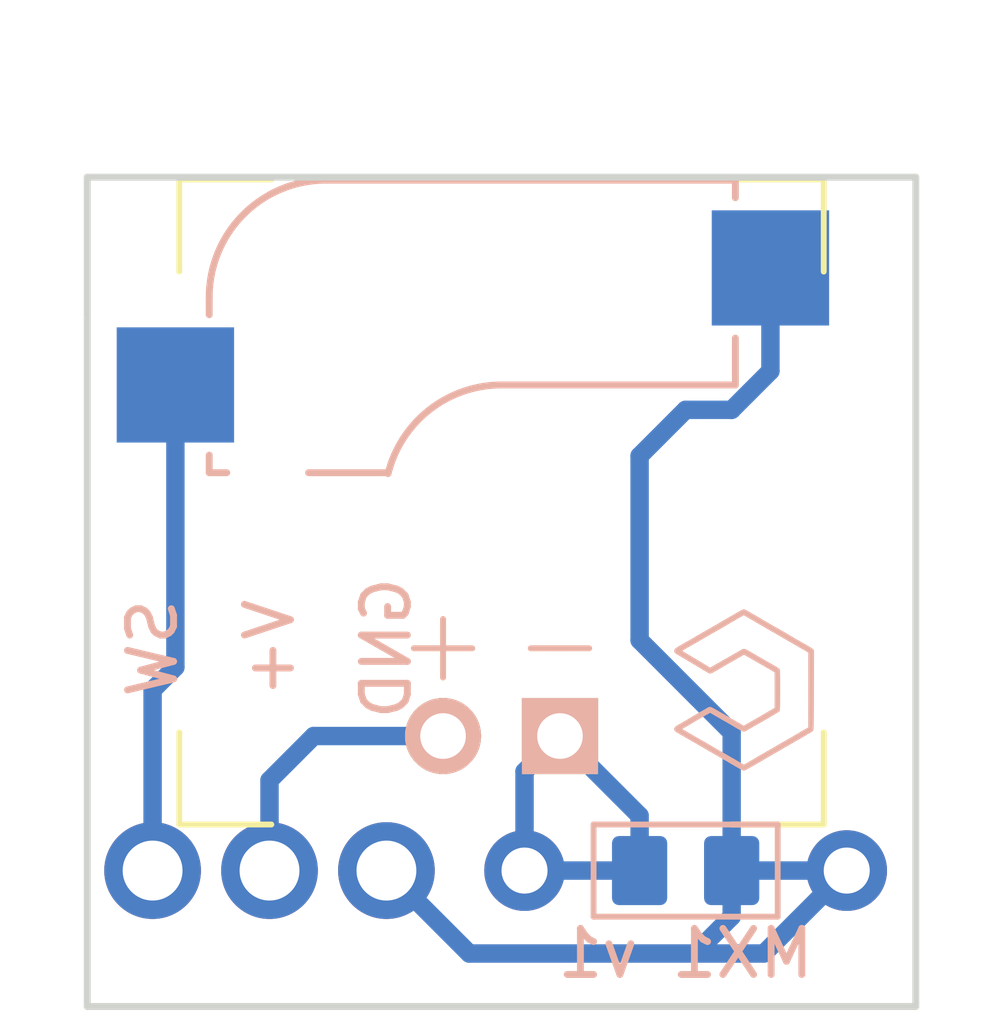
<source format=kicad_pcb>
(kicad_pcb (version 20171130) (host pcbnew "(5.1.10)-1")

  (general
    (thickness 1.6)
    (drawings 14)
    (tracks 25)
    (zones 0)
    (modules 4)
    (nets 5)
  )

  (page A4)
  (layers
    (0 F.Cu signal)
    (31 B.Cu signal)
    (32 B.Adhes user)
    (33 F.Adhes user)
    (34 B.Paste user)
    (35 F.Paste user)
    (36 B.SilkS user)
    (37 F.SilkS user)
    (38 B.Mask user)
    (39 F.Mask user)
    (40 Dwgs.User user)
    (41 Cmts.User user)
    (42 Eco1.User user hide)
    (43 Eco2.User user hide)
    (44 Edge.Cuts user)
    (45 Margin user)
    (46 B.CrtYd user)
    (47 F.CrtYd user)
    (48 B.Fab user)
    (49 F.Fab user)
  )

  (setup
    (last_trace_width 0.4)
    (user_trace_width 0.4)
    (trace_clearance 0.2)
    (zone_clearance 0.508)
    (zone_45_only no)
    (trace_min 0.2)
    (via_size 0.8)
    (via_drill 0.4)
    (via_min_size 0.4)
    (via_min_drill 0.3)
    (uvia_size 0.3)
    (uvia_drill 0.1)
    (uvias_allowed no)
    (uvia_min_size 0.2)
    (uvia_min_drill 0.1)
    (edge_width 0.15)
    (segment_width 0.2)
    (pcb_text_width 0.3)
    (pcb_text_size 1.5 1.5)
    (mod_edge_width 0.12)
    (mod_text_size 1 1)
    (mod_text_width 0.15)
    (pad_size 1.524 1.524)
    (pad_drill 0.762)
    (pad_to_mask_clearance 0)
    (aux_axis_origin 0 0)
    (grid_origin 138.036001 121.496001)
    (visible_elements 7FFFFFFF)
    (pcbplotparams
      (layerselection 0x010fc_ffffffff)
      (usegerberextensions false)
      (usegerberattributes true)
      (usegerberadvancedattributes true)
      (creategerberjobfile true)
      (excludeedgelayer true)
      (linewidth 0.100000)
      (plotframeref false)
      (viasonmask false)
      (mode 1)
      (useauxorigin false)
      (hpglpennumber 1)
      (hpglpenspeed 20)
      (hpglpendiameter 15.000000)
      (psnegative false)
      (psa4output false)
      (plotreference true)
      (plotvalue true)
      (plotinvisibletext false)
      (padsonsilk false)
      (subtractmaskfromsilk false)
      (outputformat 1)
      (mirror false)
      (drillshape 0)
      (scaleselection 1)
      (outputdirectory "./Gerber"))
  )

  (net 0 "")
  (net 1 "Net-(J1-Pad1)")
  (net 2 "Net-(J1-Pad3)")
  (net 3 "Net-(J1-Pad2)")
  (net 4 "Net-(R1-Pad1)")

  (net_class Default "This is the default net class."
    (clearance 0.2)
    (trace_width 0.25)
    (via_dia 0.8)
    (via_drill 0.4)
    (uvia_dia 0.3)
    (uvia_drill 0.1)
    (add_net "Net-(J1-Pad1)")
    (add_net "Net-(J1-Pad2)")
    (add_net "Net-(J1-Pad3)")
    (add_net "Net-(R1-Pad1)")
  )

  (module Model_MX1:MXOnly-1U-Hotswap-LED (layer F.Cu) (tedit 617A024D) (tstamp 6176685C)
    (at 134.036001 113.496001)
    (path /6176B718)
    (attr smd)
    (fp_text reference SW1 (at 0 0) (layer B.CrtYd) hide
      (effects (font (size 1 1) (thickness 0.15)) (justify mirror))
    )
    (fp_text value KEYBOARD-SWITCHMX_1U (at 0 -7.9375) (layer Dwgs.User)
      (effects (font (size 1 1) (thickness 0.15)))
    )
    (fp_arc (start 0 0) (end 0 -2.54) (angle -75.96375653) (layer B.SilkS) (width 0.15))
    (fp_arc (start -3.81 -4.445) (end -3.81 -6.985) (angle -90) (layer B.SilkS) (width 0.15))
    (fp_text user %R (at 0 0) (layer B.SilkS) hide
      (effects (font (size 1 1) (thickness 0.15)) (justify mirror))
    )
    (fp_text user LED (at 0 0) (layer F.SilkS) hide
      (effects (font (size 1.651 1.524) (thickness 0.254)))
    )
    (fp_line (start -1.905 3.175) (end -1.27 3.175) (layer B.SilkS) (width 0.127))
    (fp_line (start -1.27 3.175) (end -0.635 3.175) (layer B.SilkS) (width 0.127))
    (fp_line (start -1.27 3.81) (end -1.27 3.175) (layer B.SilkS) (width 0.127))
    (fp_line (start 1.27 3.175) (end 0.635 3.175) (layer B.SilkS) (width 0.127))
    (fp_line (start 1.27 3.175) (end 1.905 3.175) (layer B.SilkS) (width 0.127))
    (fp_line (start -1.27 3.175) (end -1.27 2.54) (layer B.SilkS) (width 0.127))
    (fp_line (start 5 -7) (end 7 -7) (layer Dwgs.User) (width 0.15))
    (fp_line (start 7 -7) (end 7 -5) (layer Dwgs.User) (width 0.15))
    (fp_line (start 5 7) (end 7 7) (layer Dwgs.User) (width 0.15))
    (fp_line (start 7 7) (end 7 5) (layer Dwgs.User) (width 0.15))
    (fp_line (start -7 5) (end -7 7) (layer Dwgs.User) (width 0.15))
    (fp_line (start -7 7) (end -5 7) (layer Dwgs.User) (width 0.15))
    (fp_line (start -5 -7) (end -7 -7) (layer Dwgs.User) (width 0.15))
    (fp_line (start -7 -7) (end -7 -5) (layer Dwgs.User) (width 0.15))
    (fp_line (start -9.525 -9.525) (end 9.525 -9.525) (layer Dwgs.User) (width 0.15))
    (fp_line (start 9.525 -9.525) (end 9.525 9.525) (layer Dwgs.User) (width 0.15))
    (fp_line (start 9.525 9.525) (end -9.525 9.525) (layer Dwgs.User) (width 0.15))
    (fp_line (start -9.525 9.525) (end -9.525 -9.525) (layer Dwgs.User) (width 0.15))
    (fp_circle (center 2.54 -5.08) (end 2.54 -6.604) (layer B.CrtYd) (width 0.15))
    (fp_circle (center -3.81 -2.54) (end -3.81 -4.064) (layer B.CrtYd) (width 0.15))
    (fp_line (start 4.572 -6.35) (end 7.112 -6.35) (layer B.CrtYd) (width 0.15))
    (fp_line (start 7.112 -6.35) (end 7.112 -3.81) (layer B.CrtYd) (width 0.15))
    (fp_line (start 7.112 -3.81) (end 4.572 -3.81) (layer B.CrtYd) (width 0.15))
    (fp_line (start 4.572 -3.81) (end 4.572 -6.35) (layer B.CrtYd) (width 0.15))
    (fp_line (start -5.842 -3.81) (end -8.382 -3.81) (layer B.CrtYd) (width 0.15))
    (fp_line (start -8.382 -3.81) (end -8.382 -1.27) (layer B.CrtYd) (width 0.15))
    (fp_line (start -8.382 -1.27) (end -5.842 -1.27) (layer B.CrtYd) (width 0.15))
    (fp_line (start -5.842 -1.27) (end -5.842 -3.81) (layer B.CrtYd) (width 0.15))
    (fp_line (start 1.27 3.175) (end 0.635 3.175) (layer F.SilkS) (width 0.127))
    (fp_line (start 1.27 3.175) (end 1.905 3.175) (layer F.SilkS) (width 0.127))
    (fp_line (start -7 7) (end -7 5) (layer F.SilkS) (width 0.127))
    (fp_line (start -1.27 3.175) (end -0.635 3.175) (layer F.SilkS) (width 0.127))
    (fp_line (start -1.27 3.81) (end -1.27 3.175) (layer F.SilkS) (width 0.127))
    (fp_line (start 7 -7) (end 7 -5) (layer F.SilkS) (width 0.127))
    (fp_line (start -1.27 3.175) (end -1.27 2.54) (layer F.SilkS) (width 0.127))
    (fp_line (start -1.905 3.175) (end -1.27 3.175) (layer F.SilkS) (width 0.127))
    (fp_line (start 5 -7) (end 7 -7) (layer F.SilkS) (width 0.127))
    (fp_line (start -7 -5) (end -7 -7) (layer F.SilkS) (width 0.127))
    (fp_line (start 7 7) (end 7 5) (layer F.SilkS) (width 0.127))
    (fp_line (start -5 -7) (end -7 -7) (layer F.SilkS) (width 0.127))
    (fp_line (start 7 7) (end 5 7) (layer F.SilkS) (width 0.127))
    (fp_line (start -7 7) (end -5 7) (layer F.SilkS) (width 0.127))
    (fp_line (start -5.969 -0.635) (end -6.35 -0.635) (layer B.SilkS) (width 0.15))
    (fp_line (start -6.35 -4.445) (end -6.35 -4.064) (layer B.SilkS) (width 0.15))
    (fp_line (start -6.35 -1.016) (end -6.35 -0.635) (layer B.SilkS) (width 0.15))
    (fp_line (start 5.08 -6.985) (end 5.08 -6.604) (layer B.SilkS) (width 0.15))
    (fp_line (start 5.08 -2.54) (end 0 -2.54) (layer B.SilkS) (width 0.15))
    (fp_line (start -3.81 -6.985) (end 5.08 -6.985) (layer B.SilkS) (width 0.15))
    (fp_line (start 5.08 -3.556) (end 5.08 -2.54) (layer B.SilkS) (width 0.15))
    (fp_line (start -2.464162 -0.635) (end -4.191 -0.635) (layer B.SilkS) (width 0.15))
    (pad "" np_thru_hole circle (at 2.54 -5.08) (size 3 3) (drill 3) (layers *.Cu *.Mask))
    (pad "" np_thru_hole circle (at 0 0) (size 3.9878 3.9878) (drill 3.9878) (layers *.Cu *.Mask))
    (pad "" np_thru_hole circle (at -3.81 -2.54) (size 3 3) (drill 3) (layers *.Cu *.Mask))
    (pad "" np_thru_hole circle (at -5.08 0 48.0996) (size 1.75 1.75) (drill 1.75) (layers *.Cu *.Mask))
    (pad "" np_thru_hole circle (at 5.08 0 48.0996) (size 1.75 1.75) (drill 1.75) (layers *.Cu *.Mask))
    (pad S1 smd rect (at -7.085 -2.54) (size 2.55 2.5) (layers B.Cu B.Paste B.Mask)
      (net 2 "Net-(J1-Pad3)"))
    (pad S2 smd rect (at 5.842 -5.08) (size 2.55 2.5) (layers B.Cu B.Paste B.Mask)
      (net 1 "Net-(J1-Pad1)"))
    (pad C thru_hole rect (at 1.27 5.08) (size 1.651 1.651) (drill 0.9906) (layers *.Cu *.SilkS *.Mask)
      (net 4 "Net-(R1-Pad1)"))
    (pad A thru_hole circle (at -1.27 5.08) (size 1.651 1.651) (drill 0.9906) (layers *.Cu *.SilkS *.Mask)
      (net 3 "Net-(J1-Pad2)"))
  )

  (module Model_MX1:R_SMD+THT (layer B.Cu) (tedit 6179FE9F) (tstamp 61766829)
    (at 138.036001 121.496001)
    (path /6175F681)
    (fp_text reference R1 (at 0 -1.895 180) (layer B.SilkS) hide
      (effects (font (size 1.2065 1.2065) (thickness 0.09652)) (justify mirror))
    )
    (fp_text value R (at 0 1.905 180) (layer B.Fab) hide
      (effects (font (size 1.2065 1.2065) (thickness 0.09652)) (justify mirror))
    )
    (fp_line (start -1.973 0.983) (end 1.973 0.983) (layer Dwgs.User) (width 0.0508))
    (fp_line (start 1.973 0.983) (end 1.973 -0.983) (layer Dwgs.User) (width 0.0508))
    (fp_poly (pts (xy -1.0668 -0.6985) (xy -0.4168 -0.6985) (xy -0.4168 0.7015) (xy -1.0668 0.7015)) (layer B.Fab) (width 0))
    (fp_line (start 1.973 -0.983) (end -1.973 -0.983) (layer Dwgs.User) (width 0.0508))
    (fp_line (start -0.41 -0.635) (end 0.41 -0.635) (layer B.Fab) (width 0.1524))
    (fp_line (start -0.41 0.635) (end 0.41 0.635) (layer B.Fab) (width 0.1524))
    (fp_poly (pts (xy 0.4064 -0.6985) (xy 1.0564 -0.6985) (xy 1.0564 0.7015) (xy 0.4064 0.7015)) (layer B.Fab) (width 0))
    (fp_line (start -1.973 -0.983) (end -1.973 0.983) (layer Dwgs.User) (width 0.0508))
    (fp_line (start -2 1) (end -2 -1) (layer B.SilkS) (width 0.127))
    (fp_line (start -2 -1) (end 2 -1) (layer B.SilkS) (width 0.127))
    (fp_line (start 2 -1) (end 2 1) (layer B.SilkS) (width 0.127))
    (fp_line (start 2 1) (end -2 1) (layer B.SilkS) (width 0.127))
    (pad 2 smd roundrect (at 1 0) (size 1.2 1.5) (layers B.Cu B.Paste B.Mask) (roundrect_rratio 0.125)
      (net 1 "Net-(J1-Pad1)") (solder_mask_margin 0.1016))
    (pad 1 smd roundrect (at -1 0) (size 1.2 1.5) (layers B.Cu B.Paste B.Mask) (roundrect_rratio 0.125)
      (net 4 "Net-(R1-Pad1)") (solder_mask_margin 0.1016))
    (pad 1 thru_hole circle (at -3.5 0) (size 1.75 1.75) (drill 1) (layers *.Cu *.Mask)
      (net 4 "Net-(R1-Pad1)") (solder_mask_margin 0.1016))
    (pad 2 thru_hole circle (at 3.5 0) (size 1.75 1.75) (drill 1) (layers *.Cu *.Mask)
      (net 1 "Net-(J1-Pad1)") (solder_mask_margin 0.1016))
  )

  (module "Model C:USBC_C_Logo" (layer B.Cu) (tedit 0) (tstamp 6175F940)
    (at 139.306001 117.576001 180)
    (fp_text reference G*** (at 0 0) (layer B.SilkS) hide
      (effects (font (size 1.524 1.524) (thickness 0.3)) (justify mirror))
    )
    (fp_text value LOGO (at 0.75 0) (layer B.SilkS) hide
      (effects (font (size 1.524 1.524) (thickness 0.3)) (justify mirror))
    )
    (fp_poly (pts (xy 0.030747 1.73995) (xy 0.053309 1.729991) (xy 0.082054 1.714784) (xy 0.102524 1.70342)
      (xy 0.131542 1.687069) (xy 0.159656 1.670965) (xy 0.184313 1.656586) (xy 0.20296 1.645414)
      (xy 0.208553 1.641928) (xy 0.224011 1.632273) (xy 0.235328 1.625569) (xy 0.239713 1.623391)
      (xy 0.244949 1.620802) (xy 0.257665 1.613821) (xy 0.275806 1.603625) (xy 0.297317 1.591394)
      (xy 0.320144 1.578306) (xy 0.342231 1.56554) (xy 0.361524 1.554274) (xy 0.375967 1.545688)
      (xy 0.383506 1.540959) (xy 0.383761 1.540774) (xy 0.391273 1.536062) (xy 0.405228 1.527989)
      (xy 0.419652 1.519938) (xy 0.451648 1.502298) (xy 0.476123 1.488644) (xy 0.495268 1.477703)
      (xy 0.511272 1.468202) (xy 0.526326 1.458867) (xy 0.542333 1.448611) (xy 0.559961 1.437407)
      (xy 0.573793 1.428996) (xy 0.581434 1.424822) (xy 0.582122 1.424609) (xy 0.587921 1.422004)
      (xy 0.600299 1.415227) (xy 0.614051 1.407234) (xy 0.636449 1.394187) (xy 0.661235 1.380135)
      (xy 0.673652 1.373261) (xy 0.692391 1.362735) (xy 0.709188 1.352821) (xy 0.717826 1.34736)
      (xy 0.731225 1.339327) (xy 0.741279 1.334577) (xy 0.750823 1.329877) (xy 0.76606 1.321104)
      (xy 0.781419 1.311592) (xy 0.797277 1.301645) (xy 0.809065 1.294617) (xy 0.814091 1.292087)
      (xy 0.819271 1.289429) (xy 0.832647 1.281966) (xy 0.85288 1.270461) (xy 0.87863 1.255678)
      (xy 0.908557 1.238384) (xy 0.930186 1.225826) (xy 0.962284 1.207254) (xy 0.991236 1.190692)
      (xy 1.015672 1.176907) (xy 1.034223 1.166667) (xy 1.045519 1.160741) (xy 1.048334 1.159565)
      (xy 1.055163 1.156183) (xy 1.063274 1.149647) (xy 1.073867 1.141647) (xy 1.090234 1.13118)
      (xy 1.104348 1.123021) (xy 1.125117 1.111487) (xy 1.145892 1.099783) (xy 1.156804 1.093539)
      (xy 1.174761 1.083338) (xy 1.196211 1.071405) (xy 1.207779 1.06507) (xy 1.227757 1.053882)
      (xy 1.251737 1.039983) (xy 1.273224 1.027166) (xy 1.290708 1.016666) (xy 1.304115 1.008845)
      (xy 1.311044 1.005096) (xy 1.311462 1.004957) (xy 1.318428 1.002157) (xy 1.332872 0.994496)
      (xy 1.352977 0.983078) (xy 1.376926 0.969008) (xy 1.402905 0.953391) (xy 1.429096 0.937333)
      (xy 1.453685 0.921937) (xy 1.474855 0.908309) (xy 1.490791 0.897553) (xy 1.499675 0.890776)
      (xy 1.500505 0.889926) (xy 1.509755 0.873656) (xy 1.512898 0.852222) (xy 1.512929 0.849391)
      (xy 1.511205 0.831455) (xy 1.505071 0.816108) (xy 1.493143 0.801805) (xy 1.474039 0.787)
      (xy 1.446377 0.770149) (xy 1.437686 0.765283) (xy 1.413768 0.75175) (xy 1.390706 0.738186)
      (xy 1.372065 0.726705) (xy 1.365636 0.722489) (xy 1.351851 0.71349) (xy 1.342069 0.707808)
      (xy 1.339469 0.706783) (xy 1.334303 0.704021) (xy 1.320512 0.696069) (xy 1.298934 0.683424)
      (xy 1.270411 0.666585) (xy 1.23578 0.646048) (xy 1.195883 0.622312) (xy 1.151558 0.595874)
      (xy 1.103647 0.567234) (xy 1.058855 0.540406) (xy 1.007939 0.509933) (xy 0.95944 0.481008)
      (xy 0.914257 0.454159) (xy 0.873289 0.429915) (xy 0.837435 0.408807) (xy 0.807595 0.391364)
      (xy 0.784666 0.378114) (xy 0.769549 0.369589) (xy 0.763558 0.366471) (xy 0.745153 0.360605)
      (xy 0.727517 0.360115) (xy 0.707875 0.365505) (xy 0.68345 0.377276) (xy 0.673652 0.38277)
      (xy 0.653313 0.39444) (xy 0.635548 0.40462) (xy 0.623381 0.411579) (xy 0.621196 0.412824)
      (xy 0.58175 0.435278) (xy 0.550543 0.453122) (xy 0.526189 0.467165) (xy 0.507304 0.478215)
      (xy 0.492505 0.487081) (xy 0.480406 0.494572) (xy 0.471173 0.500487) (xy 0.455674 0.510238)
      (xy 0.444038 0.516959) (xy 0.439305 0.519044) (xy 0.433049 0.521798) (xy 0.421182 0.528738)
      (xy 0.415393 0.532414) (xy 0.403656 0.539606) (xy 0.384386 0.550931) (xy 0.359704 0.565163)
      (xy 0.331731 0.581076) (xy 0.311978 0.592193) (xy 0.283129 0.608386) (xy 0.256246 0.623528)
      (xy 0.233409 0.636442) (xy 0.216698 0.645955) (xy 0.209826 0.64992) (xy 0.178993 0.6679)
      (xy 0.148398 0.685603) (xy 0.119553 0.702167) (xy 0.093969 0.716734) (xy 0.073158 0.728443)
      (xy 0.05863 0.736435) (xy 0.051897 0.739849) (xy 0.051651 0.739913) (xy 0.045957 0.742739)
      (xy 0.034568 0.749863) (xy 0.028795 0.753718) (xy 0.015086 0.762157) (xy 0.004661 0.767038)
      (xy 0.002341 0.767522) (xy -0.004249 0.76487) (xy -0.018665 0.757522) (xy -0.039222 0.746387)
      (xy -0.064232 0.732374) (xy -0.086106 0.719824) (xy -0.115842 0.702648) (xy -0.144711 0.686076)
      (xy -0.170317 0.671474) (xy -0.190266 0.66021) (xy -0.198783 0.655482) (xy -0.217732 0.644742)
      (xy -0.234927 0.634407) (xy -0.243809 0.628636) (xy -0.254903 0.621577) (xy -0.261706 0.618444)
      (xy -0.261864 0.618435) (xy -0.268123 0.615723) (xy -0.280305 0.608808) (xy -0.288511 0.603759)
      (xy -0.30633 0.593057) (xy -0.328441 0.580512) (xy -0.344999 0.571537) (xy -0.371784 0.557207)
      (xy -0.395759 0.543866) (xy -0.420791 0.529304) (xy -0.450749 0.511314) (xy -0.455373 0.508507)
      (xy -0.473076 0.4979) (xy -0.486784 0.489964) (xy -0.494089 0.486086) (xy -0.49463 0.485913)
      (xy -0.500286 0.483078) (xy -0.515113 0.474678) (xy -0.538838 0.460873) (xy -0.571189 0.441822)
      (xy -0.611892 0.417685) (xy -0.639141 0.401465) (xy -0.66813 0.384189) (xy -0.66813 -0.391099)
      (xy -0.644663 -0.404544) (xy -0.631195 -0.412297) (xy -0.610713 -0.424131) (xy -0.585752 -0.438582)
      (xy -0.558845 -0.454182) (xy -0.552174 -0.458054) (xy -0.523694 -0.47449) (xy -0.495068 -0.490844)
      (xy -0.469361 -0.505377) (xy -0.449635 -0.516348) (xy -0.447261 -0.517645) (xy -0.428452 -0.528197)
      (xy -0.412766 -0.537572) (xy -0.403414 -0.543845) (xy -0.403087 -0.544112) (xy -0.392916 -0.551333)
      (xy -0.378439 -0.560254) (xy -0.375478 -0.561949) (xy -0.362554 -0.569301) (xy -0.343075 -0.58046)
      (xy -0.320047 -0.593703) (xy -0.303696 -0.603133) (xy -0.278937 -0.617376) (xy -0.254646 -0.631261)
      (xy -0.234278 -0.642816) (xy -0.225011 -0.648015) (xy -0.209196 -0.656845) (xy -0.193243 -0.66583)
      (xy -0.175432 -0.675954) (xy -0.154045 -0.688198) (xy -0.127362 -0.703545) (xy -0.093664 -0.722979)
      (xy -0.074621 -0.733972) (xy -0.048181 -0.749048) (xy -0.024929 -0.761943) (xy -0.006606 -0.771721)
      (xy 0.005047 -0.777446) (xy 0.008205 -0.778551) (xy 0.015437 -0.775853) (xy 0.029105 -0.768779)
      (xy 0.046302 -0.75884) (xy 0.046935 -0.758457) (xy 0.061993 -0.749488) (xy 0.084039 -0.736568)
      (xy 0.111635 -0.720522) (xy 0.14334 -0.702176) (xy 0.177718 -0.682354) (xy 0.213328 -0.661883)
      (xy 0.248733 -0.641587) (xy 0.282493 -0.622292) (xy 0.31317 -0.604823) (xy 0.339325 -0.590006)
      (xy 0.35952 -0.578666) (xy 0.372315 -0.571628) (xy 0.375478 -0.569984) (xy 0.386982 -0.563728)
      (xy 0.404152 -0.553617) (xy 0.423377 -0.54178) (xy 0.424348 -0.541168) (xy 0.441383 -0.530559)
      (xy 0.454377 -0.522727) (xy 0.460904 -0.519129) (xy 0.461196 -0.519043) (xy 0.466253 -0.516374)
      (xy 0.479509 -0.508875) (xy 0.499639 -0.49731) (xy 0.525319 -0.482441) (xy 0.555226 -0.465032)
      (xy 0.577979 -0.451736) (xy 0.611394 -0.432385) (xy 0.64281 -0.414577) (xy 0.670598 -0.399206)
      (xy 0.693132 -0.387163) (xy 0.708784 -0.37934) (xy 0.714206 -0.37704) (xy 0.743741 -0.372363)
      (xy 0.77365 -0.378657) (xy 0.797891 -0.391722) (xy 0.81558 -0.403108) (xy 0.83714 -0.415966)
      (xy 0.850348 -0.423378) (xy 0.865167 -0.431612) (xy 0.887277 -0.444132) (xy 0.914434 -0.459657)
      (xy 0.944391 -0.476903) (xy 0.969065 -0.491195) (xy 1.001925 -0.510282) (xy 1.035943 -0.530038)
      (xy 1.068192 -0.548764) (xy 1.095743 -0.564759) (xy 1.10987 -0.572959) (xy 1.138714 -0.589854)
      (xy 1.170978 -0.608995) (xy 1.201279 -0.62718) (xy 1.212022 -0.6337) (xy 1.235935 -0.648151)
      (xy 1.259322 -0.662065) (xy 1.278718 -0.67339) (xy 1.286565 -0.677847) (xy 1.301912 -0.686578)
      (xy 1.313486 -0.693483) (xy 1.316935 -0.695739) (xy 1.324718 -0.700599) (xy 1.338425 -0.708495)
      (xy 1.347304 -0.713436) (xy 1.383742 -0.733525) (xy 1.412017 -0.749312) (xy 1.433691 -0.761725)
      (xy 1.450327 -0.771693) (xy 1.463488 -0.780145) (xy 1.474737 -0.78801) (xy 1.482375 -0.793712)
      (xy 1.503391 -0.813734) (xy 1.51396 -0.834531) (xy 1.51465 -0.85765) (xy 1.511092 -0.871717)
      (xy 1.506831 -0.881134) (xy 1.499654 -0.889915) (xy 1.487742 -0.899595) (xy 1.469276 -0.911706)
      (xy 1.449457 -0.923646) (xy 1.422146 -0.939847) (xy 1.393306 -0.957046) (xy 1.367149 -0.972726)
      (xy 1.354058 -0.980623) (xy 1.335546 -0.991667) (xy 1.320896 -1.000093) (xy 1.312449 -1.004569)
      (xy 1.311362 -1.004956) (xy 1.305788 -1.007635) (xy 1.293313 -1.014727) (xy 1.276417 -1.024813)
      (xy 1.272761 -1.027043) (xy 1.255176 -1.037569) (xy 1.241402 -1.04537) (xy 1.233974 -1.049023)
      (xy 1.233483 -1.04913) (xy 1.227183 -1.051977) (xy 1.216284 -1.058875) (xy 1.215635 -1.059324)
      (xy 1.20344 -1.067063) (xy 1.185318 -1.077714) (xy 1.165105 -1.089026) (xy 1.164297 -1.089466)
      (xy 1.143478 -1.100964) (xy 1.117157 -1.115753) (xy 1.089369 -1.131557) (xy 1.073188 -1.140858)
      (xy 1.049504 -1.154526) (xy 1.027726 -1.167067) (xy 1.0106 -1.1769) (xy 1.002196 -1.181698)
      (xy 0.991774 -1.187698) (xy 0.973908 -1.198078) (xy 0.950676 -1.211625) (xy 0.924156 -1.22713)
      (xy 0.908895 -1.236068) (xy 0.882939 -1.251229) (xy 0.860547 -1.26421) (xy 0.843347 -1.274073)
      (xy 0.832968 -1.279883) (xy 0.830648 -1.281043) (xy 0.825621 -1.283757) (xy 0.813354 -1.291048)
      (xy 0.795976 -1.30164) (xy 0.784621 -1.308652) (xy 0.76512 -1.320578) (xy 0.749336 -1.329913)
      (xy 0.739469 -1.335374) (xy 0.737346 -1.336261) (xy 0.73165 -1.338943) (xy 0.719078 -1.346041)
      (xy 0.702127 -1.356136) (xy 0.6985 -1.358348) (xy 0.681087 -1.36885) (xy 0.667678 -1.376645)
      (xy 0.660719 -1.380319) (xy 0.660315 -1.380435) (xy 0.65494 -1.383095) (xy 0.642602 -1.390141)
      (xy 0.625743 -1.40017) (xy 0.62186 -1.402522) (xy 0.604186 -1.413022) (xy 0.590323 -1.420817)
      (xy 0.582804 -1.424492) (xy 0.582282 -1.424609) (xy 0.576464 -1.427254) (xy 0.563355 -1.434386)
      (xy 0.545127 -1.4448) (xy 0.531106 -1.453027) (xy 0.507834 -1.466729) (xy 0.478497 -1.483869)
      (xy 0.446613 -1.502398) (xy 0.415701 -1.520267) (xy 0.41137 -1.522762) (xy 0.380781 -1.540485)
      (xy 0.348591 -1.559334) (xy 0.318364 -1.577209) (xy 0.293666 -1.592012) (xy 0.290828 -1.593734)
      (xy 0.270396 -1.606039) (xy 0.25372 -1.615851) (xy 0.242878 -1.621962) (xy 0.239849 -1.623391)
      (xy 0.234422 -1.626067) (xy 0.222066 -1.63315) (xy 0.205234 -1.643226) (xy 0.201544 -1.645478)
      (xy 0.184057 -1.65599) (xy 0.170493 -1.663788) (xy 0.163333 -1.667453) (xy 0.162891 -1.667565)
      (xy 0.157292 -1.670245) (xy 0.144797 -1.677338) (xy 0.127889 -1.687426) (xy 0.124239 -1.689652)
      (xy 0.106795 -1.700159) (xy 0.093321 -1.707955) (xy 0.086277 -1.711625) (xy 0.085857 -1.711739)
      (xy 0.08026 -1.714354) (xy 0.068215 -1.721105) (xy 0.056965 -1.727755) (xy 0.033012 -1.740615)
      (xy 0.013862 -1.74658) (xy -0.003743 -1.746305) (xy -0.0172 -1.742642) (xy -0.035962 -1.734323)
      (xy -0.053573 -1.723952) (xy -0.053944 -1.723689) (xy -0.065568 -1.715906) (xy -0.072925 -1.711889)
      (xy -0.073587 -1.711739) (xy -0.078939 -1.709068) (xy -0.092818 -1.701444) (xy -0.114195 -1.689455)
      (xy -0.142041 -1.673686) (xy -0.175329 -1.654723) (xy -0.21303 -1.633152) (xy -0.254116 -1.609558)
      (xy -0.297558 -1.584529) (xy -0.342328 -1.558649) (xy -0.34787 -1.55544) (xy -0.36491 -1.545708)
      (xy -0.384873 -1.534496) (xy -0.392043 -1.530516) (xy -0.409346 -1.520489) (xy -0.431236 -1.507165)
      (xy -0.453102 -1.493355) (xy -0.453985 -1.492785) (xy -0.471614 -1.481581) (xy -0.485445 -1.47317)
      (xy -0.493086 -1.468996) (xy -0.493775 -1.468782) (xy -0.499573 -1.466177) (xy -0.511951 -1.4594)
      (xy -0.525703 -1.451407) (xy -0.548101 -1.438361) (xy -0.572887 -1.424309) (xy -0.585304 -1.417434)
      (xy -0.604261 -1.406717) (xy -0.621459 -1.396395) (xy -0.630331 -1.390635) (xy -0.641195 -1.383596)
      (xy -0.647539 -1.380446) (xy -0.647687 -1.380435) (xy -0.653346 -1.377732) (xy -0.667335 -1.370073)
      (xy -0.688481 -1.358132) (xy -0.715613 -1.342581) (xy -0.74756 -1.324095) (xy -0.78315 -1.303346)
      (xy -0.821211 -1.28101) (xy -0.84373 -1.267726) (xy -0.891689 -1.239521) (xy -0.934547 -1.214599)
      (xy -0.970817 -1.193818) (xy -0.996674 -1.179323) (xy -1.006609 -1.173724) (xy -1.024526 -1.163505)
      (xy -1.048849 -1.149577) (xy -1.077997 -1.132845) (xy -1.110394 -1.11422) (xy -1.14446 -1.094607)
      (xy -1.178617 -1.074916) (xy -1.211288 -1.056054) (xy -1.240893 -1.038929) (xy -1.261717 -1.026854)
      (xy -1.312949 -0.997075) (xy -1.355496 -0.972273) (xy -1.390242 -0.951906) (xy -1.418069 -0.935432)
      (xy -1.43986 -0.922311) (xy -1.456496 -0.912) (xy -1.468861 -0.903957) (xy -1.477836 -0.897642)
      (xy -1.484304 -0.892513) (xy -1.489147 -0.888028) (xy -1.49094 -0.886173) (xy -1.495604 -0.880849)
      (xy -1.499133 -0.875089) (xy -1.501749 -0.867282) (xy -1.503672 -0.855818) (xy -1.505125 -0.839085)
      (xy -1.506329 -0.815472) (xy -1.507506 -0.783367) (xy -1.508264 -0.760184) (xy -1.508705 -0.741051)
      (xy -1.509138 -0.711636) (xy -1.50956 -0.672701) (xy -1.509967 -0.625007) (xy -1.510356 -0.569315)
      (xy -1.510723 -0.506387) (xy -1.511065 -0.436985) (xy -1.511378 -0.361871) (xy -1.511658 -0.281804)
      (xy -1.511901 -0.197548) (xy -1.512104 -0.109864) (xy -1.512264 -0.019512) (xy -1.512376 0.072745)
      (xy -1.512406 0.107883) (xy -1.512919 0.813767) (xy -1.399761 0.813767) (xy -1.399659 0.746471)
      (xy -1.399637 0.732772) (xy -1.399597 0.708743) (xy -1.399541 0.675098) (xy -1.39947 0.632552)
      (xy -1.399384 0.581817) (xy -1.399286 0.523607) (xy -1.399176 0.458637) (xy -1.399055 0.38762)
      (xy -1.398926 0.31127) (xy -1.398788 0.2303) (xy -1.398643 0.145425) (xy -1.398493 0.057358)
      (xy -1.398339 -0.033188) (xy -1.398278 -0.068494) (xy -1.397 -0.816163) (xy -1.36525 -0.83443)
      (xy -1.350784 -0.842744) (xy -1.339316 -0.849283) (xy -1.328317 -0.855455) (xy -1.315257 -0.862665)
      (xy -1.297608 -0.87232) (xy -1.27284 -0.885827) (xy -1.272271 -0.886136) (xy -1.253241 -0.896717)
      (xy -1.237584 -0.9058) (xy -1.22821 -0.911689) (xy -1.227384 -0.912303) (xy -1.219332 -0.917861)
      (xy -1.205846 -0.926409) (xy -1.189853 -0.936185) (xy -1.17428 -0.945425) (xy -1.162054 -0.952369)
      (xy -1.1561 -0.955255) (xy -1.156026 -0.955261) (xy -1.150504 -0.957962) (xy -1.138836 -0.964858)
      (xy -1.130466 -0.970077) (xy -1.109158 -0.983179) (xy -1.08064 -0.999991) (xy -1.043901 -1.021103)
      (xy -1.021522 -1.033803) (xy -1.005937 -1.042752) (xy -0.986029 -1.054359) (xy -0.971826 -1.062728)
      (xy -0.954288 -1.07291) (xy -0.930499 -1.086437) (xy -0.903901 -1.101364) (xy -0.883478 -1.112693)
      (xy -0.855037 -1.128642) (xy -0.821537 -1.147837) (xy -0.787336 -1.167762) (xy -0.759239 -1.18443)
      (xy -0.732642 -1.200321) (xy -0.707118 -1.215444) (xy -0.685315 -1.228239) (xy -0.66988 -1.237144)
      (xy -0.66813 -1.238131) (xy -0.657078 -1.244395) (xy -0.637889 -1.255345) (xy -0.612001 -1.270156)
      (xy -0.580848 -1.288007) (xy -0.545868 -1.308074) (xy -0.508497 -1.329536) (xy -0.496956 -1.336168)
      (xy -0.459487 -1.357684) (xy -0.424279 -1.377866) (xy -0.392702 -1.39593) (xy -0.366129 -1.411093)
      (xy -0.345931 -1.422571) (xy -0.333479 -1.429582) (xy -0.331304 -1.430781) (xy -0.316697 -1.439133)
      (xy -0.297067 -1.450879) (xy -0.276913 -1.46332) (xy -0.259814 -1.473896) (xy -0.246702 -1.481697)
      (xy -0.240036 -1.485267) (xy -0.239724 -1.485348) (xy -0.234287 -1.488016) (xy -0.222256 -1.494964)
      (xy -0.208529 -1.503281) (xy -0.184991 -1.517545) (xy -0.157661 -1.533693) (xy -0.128159 -1.550816)
      (xy -0.098105 -1.568001) (xy -0.069119 -1.584336) (xy -0.042821 -1.598911) (xy -0.02083 -1.610813)
      (xy -0.004768 -1.619132) (xy 0.003746 -1.622955) (xy 0.004434 -1.623102) (xy 0.011873 -1.620564)
      (xy 0.026535 -1.613461) (xy 0.046187 -1.602932) (xy 0.065173 -1.592124) (xy 0.093513 -1.575568)
      (xy 0.124654 -1.557366) (xy 0.153649 -1.540409) (xy 0.165652 -1.533386) (xy 0.187928 -1.520371)
      (xy 0.208448 -1.508424) (xy 0.224106 -1.49935) (xy 0.229152 -1.49645) (xy 0.238319 -1.49118)
      (xy 0.255579 -1.481229) (xy 0.279465 -1.467442) (xy 0.308511 -1.450667) (xy 0.341249 -1.43175)
      (xy 0.372717 -1.41356) (xy 0.408088 -1.393134) (xy 0.441608 -1.373821) (xy 0.47169 -1.356531)
      (xy 0.49675 -1.342175) (xy 0.515201 -1.331663) (xy 0.524565 -1.326396) (xy 0.568547 -1.301766)
      (xy 0.609862 -1.27803) (xy 0.645618 -1.256861) (xy 0.659848 -1.24817) (xy 0.680393 -1.235725)
      (xy 0.705986 -1.220606) (xy 0.73203 -1.205521) (xy 0.739597 -1.201205) (xy 0.760122 -1.189552)
      (xy 0.777146 -1.179871) (xy 0.792556 -1.171079) (xy 0.808238 -1.162091) (xy 0.826079 -1.151824)
      (xy 0.847967 -1.139195) (xy 0.875787 -1.12312) (xy 0.908326 -1.104309) (xy 0.938934 -1.08665)
      (xy 0.968548 -1.069631) (xy 0.994917 -1.054542) (xy 1.01579 -1.042671) (xy 1.027044 -1.036344)
      (xy 1.042398 -1.027678) (xy 1.064836 -1.014847) (xy 1.091904 -0.99926) (xy 1.121153 -0.982328)
      (xy 1.137478 -0.972838) (xy 1.171098 -0.953265) (xy 1.207931 -0.931829) (xy 1.244111 -0.910777)
      (xy 1.275772 -0.892361) (xy 1.283804 -0.887691) (xy 1.307854 -0.87368) (xy 1.328196 -0.861778)
      (xy 1.343067 -0.853019) (xy 1.350708 -0.848438) (xy 1.351337 -0.848024) (xy 1.347156 -0.845075)
      (xy 1.334741 -0.837461) (xy 1.315454 -0.82599) (xy 1.290655 -0.811466) (xy 1.261704 -0.794697)
      (xy 1.249185 -0.787494) (xy 1.216904 -0.768906) (xy 1.186302 -0.751187) (xy 1.159238 -0.735423)
      (xy 1.137573 -0.722698) (xy 1.123168 -0.714098) (xy 1.120913 -0.712715) (xy 1.101724 -0.701014)
      (xy 1.07655 -0.685923) (xy 1.047864 -0.668898) (xy 1.018136 -0.651391) (xy 0.989838 -0.634858)
      (xy 0.965443 -0.620752) (xy 0.947421 -0.610528) (xy 0.944217 -0.608757) (xy 0.924887 -0.597816)
      (xy 0.905843 -0.586496) (xy 0.900044 -0.58289) (xy 0.877223 -0.568673) (xy 0.854728 -0.555103)
      (xy 0.834646 -0.543391) (xy 0.819067 -0.534747) (xy 0.810079 -0.530382) (xy 0.808935 -0.530087)
      (xy 0.802623 -0.527384) (xy 0.789749 -0.520292) (xy 0.77308 -0.510336) (xy 0.772787 -0.510156)
      (xy 0.740495 -0.490224) (xy 0.661519 -0.535668) (xy 0.633371 -0.551859) (xy 0.60713 -0.566944)
      (xy 0.584931 -0.579697) (xy 0.568909 -0.58889) (xy 0.563217 -0.592147) (xy 0.550081 -0.599708)
      (xy 0.530555 -0.611018) (xy 0.507782 -0.624256) (xy 0.494196 -0.632173) (xy 0.470128 -0.64613)
      (xy 0.446616 -0.659622) (xy 0.427191 -0.670628) (xy 0.419652 -0.674823) (xy 0.398729 -0.686479)
      (xy 0.373294 -0.700884) (xy 0.345277 -0.716919) (xy 0.316606 -0.733466) (xy 0.289209 -0.749405)
      (xy 0.265016 -0.763618) (xy 0.245955 -0.774986) (xy 0.233954 -0.782389) (xy 0.231913 -0.783743)
      (xy 0.21871 -0.792242) (xy 0.201244 -0.80269) (xy 0.193261 -0.807248) (xy 0.174056 -0.818044)
      (xy 0.155092 -0.828748) (xy 0.149087 -0.832151) (xy 0.108881 -0.855086) (xy 0.076772 -0.873077)
      (xy 0.051045 -0.886255) (xy 0.02999 -0.89475) (xy 0.011893 -0.898693) (xy -0.004958 -0.898215)
      (xy -0.022276 -0.893447) (xy -0.041773 -0.884519) (xy -0.065161 -0.871562) (xy -0.094153 -0.854708)
      (xy -0.100237 -0.851191) (xy -0.130082 -0.83389) (xy -0.158704 -0.817124) (xy -0.183847 -0.802229)
      (xy -0.203255 -0.790537) (xy -0.212288 -0.78493) (xy -0.227619 -0.775561) (xy -0.239174 -0.769241)
      (xy -0.243602 -0.767522) (xy -0.249771 -0.764897) (xy -0.263225 -0.757815) (xy -0.281761 -0.747468)
      (xy -0.296358 -0.739047) (xy -0.328904 -0.720115) (xy -0.364291 -0.699662) (xy -0.399855 -0.679216)
      (xy -0.432932 -0.660306) (xy -0.460858 -0.644461) (xy -0.47487 -0.636594) (xy -0.489704 -0.628134)
      (xy -0.511001 -0.615749) (xy -0.535753 -0.601197) (xy -0.557696 -0.588178) (xy -0.584858 -0.572027)
      (xy -0.617679 -0.55257) (xy -0.652293 -0.532098) (xy -0.684837 -0.512896) (xy -0.689335 -0.510247)
      (xy -0.725049 -0.488413) (xy -0.750699 -0.470899) (xy -0.766255 -0.457726) (xy -0.77078 -0.45182)
      (xy -0.772241 -0.447519) (xy -0.773514 -0.44018) (xy -0.774611 -0.429109) (xy -0.775544 -0.41361)
      (xy -0.776325 -0.392989) (xy -0.776967 -0.366551) (xy -0.777481 -0.333599) (xy -0.777879 -0.29344)
      (xy -0.778174 -0.245379) (xy -0.778378 -0.188719) (xy -0.778502 -0.122767) (xy -0.778558 -0.046826)
      (xy -0.778565 -0.003295) (xy -0.778516 0.083163) (xy -0.778364 0.159052) (xy -0.778103 0.224849)
      (xy -0.777725 0.281029) (xy -0.777224 0.328067) (xy -0.776593 0.366439) (xy -0.775825 0.396619)
      (xy -0.774914 0.419084) (xy -0.773852 0.434307) (xy -0.772633 0.442766) (xy -0.772151 0.444255)
      (xy -0.765851 0.451533) (xy -0.752928 0.462707) (xy -0.735888 0.475963) (xy -0.717235 0.489486)
      (xy -0.699475 0.501463) (xy -0.685114 0.510078) (xy -0.676656 0.513518) (xy -0.676497 0.513522)
      (xy -0.671191 0.516169) (xy -0.658038 0.52348) (xy -0.638703 0.534508) (xy -0.61485 0.548308)
      (xy -0.598769 0.557696) (xy -0.572998 0.572718) (xy -0.550752 0.58555) (xy -0.533688 0.595244)
      (xy -0.523465 0.600855) (xy -0.521295 0.60187) (xy -0.515939 0.60454) (xy -0.503686 0.611593)
      (xy -0.487026 0.621589) (xy -0.48435 0.623223) (xy -0.456934 0.639661) (xy -0.424556 0.658547)
      (xy -0.390746 0.677866) (xy -0.359033 0.695602) (xy -0.332945 0.709742) (xy -0.331304 0.710606)
      (xy -0.315151 0.719256) (xy -0.302186 0.726483) (xy -0.298174 0.728868) (xy -0.280156 0.739922)
      (xy -0.25543 0.754703) (xy -0.225868 0.772131) (xy -0.19334 0.791124) (xy -0.159717 0.8106)
      (xy -0.126871 0.82948) (xy -0.096672 0.846681) (xy -0.070992 0.861123) (xy -0.051701 0.871724)
      (xy -0.043372 0.876095) (xy -0.013778 0.886914) (xy 0.012995 0.887729) (xy 0.03149 0.882157)
      (xy 0.041243 0.877222) (xy 0.058658 0.867808) (xy 0.081835 0.854963) (xy 0.108877 0.839738)
      (xy 0.132522 0.826261) (xy 0.162236 0.809246) (xy 0.190484 0.793098) (xy 0.215104 0.779051)
      (xy 0.233931 0.768339) (xy 0.242957 0.763234) (xy 0.262214 0.751951) (xy 0.281173 0.740155)
      (xy 0.287032 0.736303) (xy 0.299911 0.728236) (xy 0.308904 0.723706) (xy 0.310402 0.723348)
      (xy 0.316788 0.72065) (xy 0.329914 0.713512) (xy 0.347169 0.703368) (xy 0.35063 0.701261)
      (xy 0.368082 0.690753) (xy 0.381573 0.682957) (xy 0.388637 0.679288) (xy 0.389061 0.679174)
      (xy 0.394368 0.676537) (xy 0.407606 0.669227) (xy 0.427176 0.658149) (xy 0.451478 0.644207)
      (xy 0.473171 0.631646) (xy 0.503395 0.614151) (xy 0.533322 0.596959) (xy 0.560367 0.581546)
      (xy 0.581944 0.569388) (xy 0.590826 0.564469) (xy 0.611146 0.553052) (xy 0.636954 0.538133)
      (xy 0.66433 0.521993) (xy 0.680864 0.512076) (xy 0.735011 0.47933) (xy 0.876886 0.564226)
      (xy 0.918923 0.58936) (xy 0.967737 0.618515) (xy 1.020612 0.650069) (xy 1.074832 0.682402)
      (xy 1.127679 0.713893) (xy 1.176437 0.742922) (xy 1.185568 0.748354) (xy 1.231042 0.775303)
      (xy 1.267762 0.797087) (xy 1.296314 0.814434) (xy 1.317283 0.828071) (xy 1.331255 0.838727)
      (xy 1.338817 0.847129) (xy 1.340555 0.854003) (xy 1.337054 0.860079) (xy 1.328901 0.866082)
      (xy 1.316682 0.872741) (xy 1.300981 0.880782) (xy 1.294849 0.884017) (xy 1.273571 0.895764)
      (xy 1.252531 0.907948) (xy 1.23963 0.915833) (xy 1.222076 0.926699) (xy 1.205177 0.936666)
      (xy 1.200978 0.939023) (xy 1.186453 0.947006) (xy 1.167627 0.957345) (xy 1.156804 0.963285)
      (xy 1.107341 0.990793) (xy 1.052308 1.022019) (xy 0.995482 1.054793) (xy 0.940636 1.086944)
      (xy 0.909828 1.105286) (xy 0.883023 1.121257) (xy 0.859583 1.135032) (xy 0.84111 1.145686)
      (xy 0.829205 1.152294) (xy 0.825486 1.154044) (xy 0.819639 1.156728) (xy 0.80702 1.163806)
      (xy 0.790221 1.173818) (xy 0.788093 1.17512) (xy 0.75283 1.196523) (xy 0.720996 1.215427)
      (xy 0.694388 1.230781) (xy 0.674802 1.241538) (xy 0.670891 1.243547) (xy 0.660303 1.249216)
      (xy 0.641848 1.259461) (xy 0.617213 1.273318) (xy 0.588084 1.289823) (xy 0.556146 1.308011)
      (xy 0.523087 1.326917) (xy 0.490592 1.345575) (xy 0.460347 1.363022) (xy 0.434038 1.378292)
      (xy 0.413351 1.390421) (xy 0.399973 1.398444) (xy 0.397565 1.399951) (xy 0.384588 1.407947)
      (xy 0.364379 1.420027) (xy 0.339304 1.434807) (xy 0.311724 1.450902) (xy 0.284004 1.466928)
      (xy 0.258507 1.481501) (xy 0.254 1.484052) (xy 0.231412 1.496921) (xy 0.207005 1.510996)
      (xy 0.182837 1.525069) (xy 0.160968 1.537933) (xy 0.143456 1.548379) (xy 0.132359 1.555199)
      (xy 0.129761 1.556949) (xy 0.12259 1.561414) (xy 0.108315 1.569538) (xy 0.089599 1.579817)
      (xy 0.082826 1.583465) (xy 0.061215 1.595134) (xy 0.041189 1.60609) (xy 0.026416 1.614324)
      (xy 0.02418 1.615601) (xy 0.006947 1.625536) (xy -0.089016 1.571225) (xy -0.149727 1.53668)
      (xy -0.202644 1.506153) (xy -0.249733 1.478493) (xy -0.292961 1.452552) (xy -0.313223 1.440184)
      (xy -0.330281 1.429922) (xy -0.343398 1.422418) (xy -0.350015 1.419129) (xy -0.350252 1.419087)
      (xy -0.35603 1.416487) (xy -0.368395 1.409723) (xy -0.382137 1.401751) (xy -0.393451 1.395045)
      (xy -0.40331 1.389224) (xy -0.413348 1.383338) (xy -0.425199 1.376438) (xy -0.440496 1.367575)
      (xy -0.460874 1.3558) (xy -0.487964 1.340163) (xy -0.513522 1.325417) (xy -0.53857 1.310894)
      (xy -0.560356 1.298127) (xy -0.577007 1.288225) (xy -0.586648 1.282297) (xy -0.588065 1.281331)
      (xy -0.595164 1.276946) (xy -0.609474 1.268827) (xy -0.628448 1.258408) (xy -0.637761 1.253387)
      (xy -0.659489 1.241477) (xy -0.679117 1.230259) (xy -0.69339 1.221608) (xy -0.696592 1.219483)
      (xy -0.707677 1.212412) (xy -0.714471 1.209271) (xy -0.714631 1.209261) (xy -0.720603 1.206601)
      (xy -0.733578 1.199513) (xy -0.751138 1.189336) (xy -0.757953 1.185272) (xy -0.781816 1.17107)
      (xy -0.813686 1.152295) (xy -0.851987 1.129864) (xy -0.895142 1.10469) (xy -0.941572 1.077688)
      (xy -0.989702 1.049771) (xy -1.037953 1.021855) (xy -1.084749 0.994853) (xy -1.128513 0.96968)
      (xy -1.167668 0.94725) (xy -1.200636 0.928477) (xy -1.212022 0.922036) (xy -1.226369 0.91387)
      (xy -1.247902 0.901524) (xy -1.274253 0.886359) (xy -1.303055 0.869738) (xy -1.319696 0.860113)
      (xy -1.399761 0.813767) (xy -1.512919 0.813767) (xy -1.512956 0.86457) (xy -1.497772 0.881902)
      (xy -1.488681 0.889568) (xy -1.471511 0.901566) (xy -1.44785 0.916883) (xy -1.419284 0.934507)
      (xy -1.387398 0.953427) (xy -1.369391 0.963807) (xy -1.336185 0.982754) (xy -1.305132 1.00048)
      (xy -1.277873 1.016048) (xy -1.256047 1.028522) (xy -1.241295 1.036964) (xy -1.23687 1.039504)
      (xy -1.220481 1.048784) (xy -1.200352 1.059979) (xy -1.189935 1.0657) (xy -1.169033 1.077379)
      (xy -1.145364 1.090988) (xy -1.131956 1.098881) (xy -1.117254 1.107541) (xy -1.095171 1.120413)
      (xy -1.067907 1.136222) (xy -1.037665 1.15369) (xy -1.010478 1.169339) (xy -0.981401 1.186151)
      (xy -0.955269 1.201459) (xy -0.933739 1.214274) (xy -0.918469 1.22361) (xy -0.911119 1.228479)
      (xy -0.911087 1.228506) (xy -0.90196 1.23473) (xy -0.886738 1.24392) (xy -0.872435 1.25202)
      (xy -0.81041 1.286648) (xy -0.741477 1.326099) (xy -0.710902 1.34386) (xy -0.68836 1.356849)
      (xy -0.668649 1.367913) (xy -0.654125 1.375748) (xy -0.647674 1.378872) (xy -0.638569 1.38339)
      (xy -0.623196 1.391991) (xy -0.604667 1.402927) (xy -0.602142 1.404458) (xy -0.570189 1.423651)
      (xy -0.533962 1.445031) (xy -0.4971 1.466477) (xy -0.463241 1.485869) (xy -0.441739 1.497936)
      (xy -0.419989 1.510533) (xy -0.395486 1.525523) (xy -0.379229 1.535944) (xy -0.363002 1.546455)
      (xy -0.35076 1.554036) (xy -0.345034 1.557122) (xy -0.344961 1.557131) (xy -0.339474 1.559724)
      (xy -0.327329 1.566472) (xy -0.313602 1.574473) (xy -0.294013 1.585982) (xy -0.274413 1.597218)
      (xy -0.252022 1.609744) (xy -0.224061 1.625122) (xy -0.207065 1.634402) (xy -0.18949 1.644128)
      (xy -0.175556 1.652103) (xy -0.168413 1.656514) (xy -0.160639 1.66139) (xy -0.146948 1.669324)
      (xy -0.138043 1.67431) (xy -0.122272 1.683228) (xy -0.100563 1.695757) (xy -0.076457 1.709845)
      (xy -0.063967 1.717215) (xy -0.040327 1.730844) (xy -0.021168 1.740109) (xy -0.004358 1.744832)
      (xy 0.012236 1.744839) (xy 0.030747 1.73995)) (layer B.SilkS) (width 0.01))
  )

  (module TerminalBlock_Phoenix:TerminalBlock_Phoenix_MPT-0,5-3-2.54_1x03_P2.54mm_Horizontal (layer B.Cu) (tedit 6174228D) (tstamp 61743D03)
    (at 131.536001 121.496001 180)
    (descr "Terminal Block Phoenix MPT-0,5-3-2.54, 3 pins, pitch 2.54mm, size 8.08x6.2mm^2, drill diamater 1.1mm, pad diameter 2.2mm, see http://www.mouser.com/ds/2/324/ItemDetail_1725656-920552.pdf, script-generated using https://github.com/pointhi/kicad-footprint-generator/scripts/TerminalBlock_Phoenix")
    (tags "THT Terminal Block Phoenix MPT-0,5-3-2.54 pitch 2.54mm size 8.08x6.2mm^2 drill 1.1mm pad 2.2mm")
    (path /61736DE3)
    (fp_text reference J1 (at 2.54 0.62) (layer B.SilkS) hide
      (effects (font (size 1 1) (thickness 0.15)) (justify mirror))
    )
    (fp_text value Terminals (at -1.6 -4.55) (layer B.Fab) hide
      (effects (font (size 1 1) (thickness 0.15)) (justify mirror))
    )
    (fp_line (start 5.781 0.835) (end 4.246 -0.7) (layer B.Fab) (width 0.1))
    (fp_line (start 5.915 0.7) (end 4.38 -0.835) (layer B.Fab) (width 0.1))
    (fp_line (start 3.241 0.835) (end 1.706 -0.7) (layer B.Fab) (width 0.1))
    (fp_line (start 3.375 0.7) (end 1.84 -0.835) (layer B.Fab) (width 0.1))
    (fp_line (start 0.701 0.835) (end -0.835 -0.7) (layer B.Fab) (width 0.1))
    (fp_line (start 0.835 0.7) (end -0.701 -0.835) (layer B.Fab) (width 0.1))
    (fp_line (start -1.5 2.7) (end 6.58 2.7) (layer B.Fab) (width 0.1))
    (fp_line (start -1.5 -2.6) (end 6.58 -2.6) (layer B.Fab) (width 0.1))
    (fp_line (start -1.5 -2.6) (end -1.5 3) (layer B.Fab) (width 0.1))
    (fp_line (start -1 -3.3) (end -1.5 -2.6) (layer B.Fab) (width 0.1))
    (fp_line (start 6.58 -3.3) (end -1 -3.3) (layer B.Fab) (width 0.1))
    (fp_line (start 6.58 3) (end 6.58 -3.3) (layer B.Fab) (width 0.1))
    (fp_line (start -1.5 3) (end 6.58 3) (layer B.Fab) (width 0.1))
    (fp_circle (center 5.08 0) (end 6.18 0) (layer B.Fab) (width 0.1))
    (fp_circle (center 2.54 0) (end 3.64 0) (layer B.Fab) (width 0.1))
    (fp_circle (center 0 0) (end 1.1 0) (layer B.Fab) (width 0.1))
    (fp_text user %R (at 0 0) (layer B.Fab) hide
      (effects (font (size 1 1) (thickness 0.15)) (justify mirror))
    )
    (pad 1 thru_hole circle (at 0 0 180) (size 2.1 2.1) (drill 1.3) (layers *.Cu *.Mask)
      (net 1 "Net-(J1-Pad1)"))
    (pad 2 thru_hole circle (at 2.54 0 180) (size 2.1 2.1) (drill 1.3) (layers *.Cu *.Mask)
      (net 3 "Net-(J1-Pad2)"))
    (pad 3 thru_hole circle (at 5.08 0 180) (size 2.1 2.1) (drill 1.3) (layers *.Cu *.Mask)
      (net 2 "Net-(J1-Pad3)"))
  )

  (gr_text "MX1 v1" (at 138.036001 123.296001) (layer B.SilkS)
    (effects (font (size 1 1) (thickness 0.15)) (justify mirror))
  )
  (gr_text SW (at 126.456001 116.670001 90) (layer B.SilkS)
    (effects (font (size 1 1) (thickness 0.15)) (justify mirror))
  )
  (gr_text V+ (at 128.996001 116.670001 90) (layer B.SilkS)
    (effects (font (size 1 1) (thickness 0.15)) (justify mirror))
  )
  (gr_text GND (at 131.536001 116.670001 90) (layer B.SilkS)
    (effects (font (size 1 1) (thickness 0.15)) (justify mirror))
  )
  (gr_line (start 125.036001 106.446001) (end 125.036001 109.496001) (layer Edge.Cuts) (width 0.15) (tstamp 61743E95))
  (gr_line (start 143.036001 106.446001) (end 125.036001 106.446001) (layer Edge.Cuts) (width 0.15))
  (gr_line (start 143.036001 124.446001) (end 143.036001 106.446001) (layer Edge.Cuts) (width 0.15))
  (gr_line (start 125.036001 124.446001) (end 143.036001 124.446001) (layer Edge.Cuts) (width 0.15))
  (gr_line (start 125.036001 109.496001) (end 125.036001 124.446001) (layer Edge.Cuts) (width 0.15))
  (gr_line (start 143.536001 103.996001) (end 124.536001 103.996001) (layer Dwgs.User) (width 0.15) (tstamp 61742FFE))
  (gr_line (start 143.536001 122.996001) (end 143.536001 103.996001) (layer Dwgs.User) (width 0.15))
  (gr_line (start 124.536001 122.996001) (end 143.536001 122.996001) (layer Dwgs.User) (width 0.15))
  (gr_line (start 124.536001 103.996001) (end 124.536001 122.996001) (layer Dwgs.User) (width 0.15))
  (gr_circle (center 134.036001 113.496001) (end 144.856001 113.496001) (layer Dwgs.User) (width 0.15))

  (segment (start 139.878001 110.654001) (end 139.878001 108.416001) (width 0.4) (layer B.Cu) (net 1))
  (segment (start 139.036001 111.496001) (end 139.878001 110.654001) (width 0.4) (layer B.Cu) (net 1))
  (segment (start 138.036001 111.496001) (end 139.036001 111.496001) (width 0.4) (layer B.Cu) (net 1))
  (segment (start 137.036001 112.496001) (end 138.036001 111.496001) (width 0.4) (layer B.Cu) (net 1))
  (segment (start 137.036001 116.496001) (end 137.036001 112.496001) (width 0.4) (layer B.Cu) (net 1))
  (segment (start 139.036001 118.496001) (end 137.036001 116.496001) (width 0.4) (layer B.Cu) (net 1))
  (segment (start 139.036001 121.496001) (end 139.036001 118.496001) (width 0.4) (layer B.Cu) (net 1))
  (segment (start 141.536001 121.496001) (end 139.036001 121.496001) (width 0.4) (layer B.Cu) (net 1))
  (segment (start 131.536001 121.496001) (end 133.336001 123.296001) (width 0.4) (layer B.Cu) (net 1))
  (segment (start 139.736001 123.296001) (end 141.536001 121.496001) (width 0.4) (layer B.Cu) (net 1))
  (segment (start 139.036001 122.496001) (end 138.236001 123.296001) (width 0.4) (layer B.Cu) (net 1))
  (segment (start 138.236001 123.296001) (end 139.736001 123.296001) (width 0.4) (layer B.Cu) (net 1))
  (segment (start 139.036001 121.496001) (end 139.036001 122.496001) (width 0.4) (layer B.Cu) (net 1))
  (segment (start 133.336001 123.296001) (end 138.236001 123.296001) (width 0.4) (layer B.Cu) (net 1))
  (segment (start 126.456001 121.496001) (end 126.456001 117.576001) (width 0.4) (layer B.Cu) (net 2))
  (segment (start 126.951001 117.081001) (end 126.951001 110.956001) (width 0.4) (layer B.Cu) (net 2))
  (segment (start 126.456001 117.576001) (end 126.951001 117.081001) (width 0.4) (layer B.Cu) (net 2))
  (segment (start 128.996001 121.496001) (end 128.996001 119.536001) (width 0.4) (layer B.Cu) (net 3))
  (segment (start 129.956001 118.576001) (end 132.766001 118.576001) (width 0.4) (layer B.Cu) (net 3))
  (segment (start 128.996001 119.536001) (end 129.956001 118.576001) (width 0.4) (layer B.Cu) (net 3))
  (segment (start 137.036001 121.496001) (end 134.536001 121.496001) (width 0.4) (layer B.Cu) (net 4))
  (segment (start 134.536001 119.346001) (end 135.306001 118.576001) (width 0.4) (layer B.Cu) (net 4))
  (segment (start 134.536001 121.496001) (end 134.536001 119.346001) (width 0.4) (layer B.Cu) (net 4))
  (segment (start 137.036001 120.306001) (end 135.306001 118.576001) (width 0.4) (layer B.Cu) (net 4))
  (segment (start 137.036001 121.496001) (end 137.036001 120.306001) (width 0.4) (layer B.Cu) (net 4))

)

</source>
